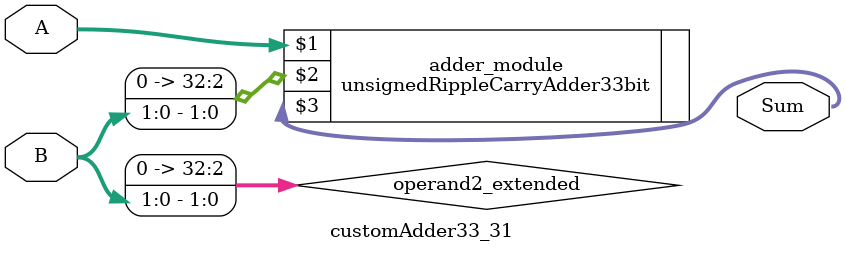
<source format=v>
module customAdder33_31(
                        input [32 : 0] A,
                        input [1 : 0] B,
                        
                        output [33 : 0] Sum
                );

        wire [32 : 0] operand2_extended;
        
        assign operand2_extended =  {31'b0, B};
        
        unsignedRippleCarryAdder33bit adder_module(
            A,
            operand2_extended,
            Sum
        );
        
        endmodule
        
</source>
